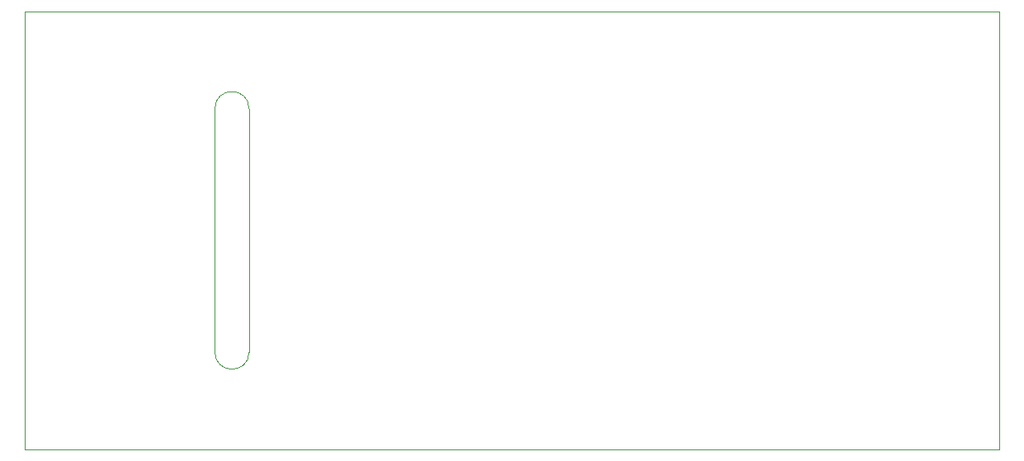
<source format=gbr>
G04 #@! TF.GenerationSoftware,KiCad,Pcbnew,8.0.1*
G04 #@! TF.CreationDate,2024-03-27T20:13:16+01:00*
G04 #@! TF.ProjectId,ETH1HMSR-SMS,45544831-484d-4535-922d-534d532e6b69,rev?*
G04 #@! TF.SameCoordinates,Original*
G04 #@! TF.FileFunction,Profile,NP*
%FSLAX46Y46*%
G04 Gerber Fmt 4.6, Leading zero omitted, Abs format (unit mm)*
G04 Created by KiCad (PCBNEW 8.0.1) date 2024-03-27 20:13:16*
%MOMM*%
%LPD*%
G01*
G04 APERTURE LIST*
G04 #@! TA.AperFunction,Profile*
%ADD10C,0.100000*%
G04 #@! TD*
G04 APERTURE END LIST*
D10*
X123000000Y-95000000D02*
X123000000Y-70000000D01*
X119500000Y-70000000D02*
X119500000Y-95000000D01*
X100000000Y-60000000D02*
X200000000Y-60000000D01*
X200000000Y-105000000D01*
X100000000Y-105000000D01*
X100000000Y-60000000D01*
X119500000Y-70000000D02*
G75*
G02*
X123000000Y-70000000I1750000J0D01*
G01*
X123000000Y-95000000D02*
G75*
G02*
X119500000Y-95000000I-1750000J0D01*
G01*
M02*

</source>
